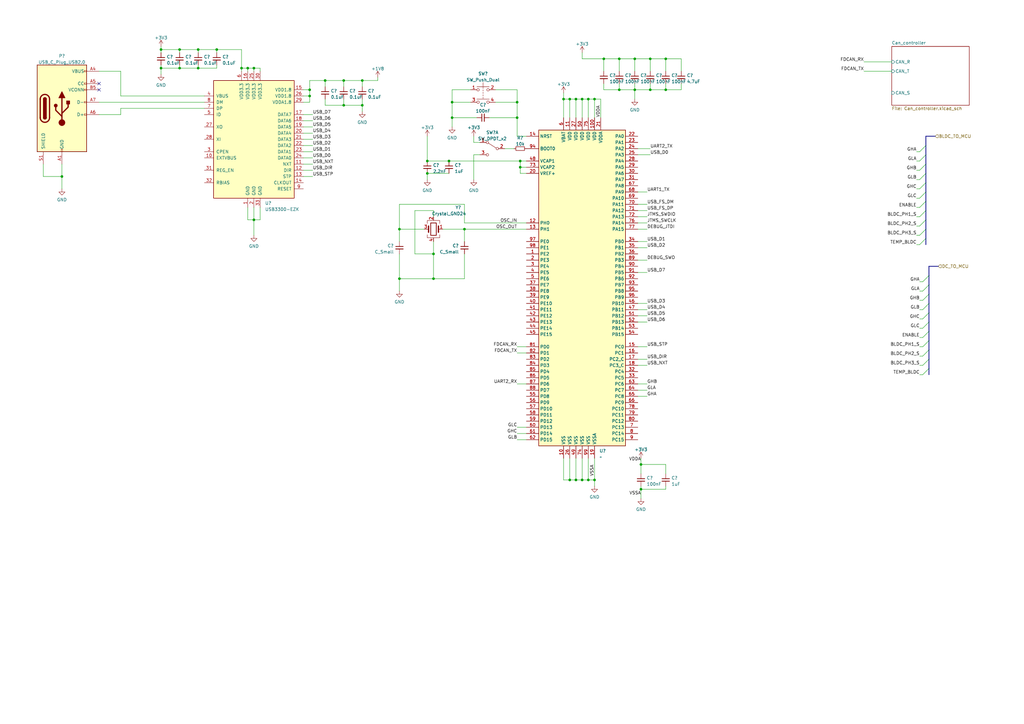
<source format=kicad_sch>
(kicad_sch (version 20211123) (generator eeschema)
  (paper "A3")
  (lib_symbols
    (symbol "Connector:USB_C_Plug_USB2.0" (pin_names (offset 1.016))
      (property "Reference" "P" (at -10.16 19.05 0))
      (property "Value" "USB_C_Plug_USB2.0" (at 12.7 19.05 0))
      (symbol "USB_C_Plug_USB2.0_0_0"
        (rectangle (start -0.254 -17.78) (end 0.254 -16.764))
        (rectangle (start 10.16 -2.286) (end 9.144 -2.794))
        (rectangle (start 10.16 2.794) (end 9.144 2.286))
        (rectangle (start 10.16 7.874) (end 9.144 7.366))
        (rectangle (start 10.16 10.414) (end 9.144 9.906))
        (rectangle (start 10.16 15.494) (end 9.144 14.986))
      )
      (symbol "USB_C_Plug_USB2.0_0_1"
        (rectangle (start -10.16 17.78) (end 10.16 -17.78) (stroke (width 0.254)) (fill (type background)))
        (arc (start -8.89 -3.81) (mid -6.985 -5.715) (end -5.08 -3.81) (stroke (width 0.508)))
        (arc (start -7.62 -3.81) (mid -6.985 -4.445) (end -6.35 -3.81) (stroke (width 0.254)))
        (arc (start -7.62 -3.81) (mid -6.985 -4.445) (end -6.35 -3.81) (stroke (width 0.254)) (fill (type outline)))
        (rectangle (start -7.62 -3.81) (end -6.35 3.81) (stroke (width 0.254)) (fill (type outline)))
        (arc (start -6.35 3.81) (mid -6.985 4.445) (end -7.62 3.81) (stroke (width 0.254)))
        (arc (start -6.35 3.81) (mid -6.985 4.445) (end -7.62 3.81) (stroke (width 0.254)) (fill (type outline)))
        (arc (start -5.08 3.81) (mid -6.985 5.715) (end -8.89 3.81) (stroke (width 0.508)))
        (circle (center -2.54 1.143) (radius 0.635) (stroke (width 0.254)) (fill (type outline)))
        (circle (center 0 -5.842) (radius 1.27) (fill (type outline)))
        (polyline (pts (xy -8.89 -3.81) (xy -8.89 3.81)) (stroke (width 0.508)))
        (polyline (pts (xy -5.08 3.81) (xy -5.08 -3.81)) (stroke (width 0.508)))
        (polyline (pts (xy 0 -5.842) (xy 0 4.318)) (stroke (width 0.508)))
        (polyline (pts (xy 0 -3.302) (xy -2.54 -0.762) (xy -2.54 0.508)) (stroke (width 0.508)))
        (polyline (pts (xy 0 -2.032) (xy 2.54 0.508) (xy 2.54 1.778)) (stroke (width 0.508)))
        (polyline (pts (xy -1.27 4.318) (xy 0 6.858) (xy 1.27 4.318) (xy -1.27 4.318)) (stroke (width 0.254)) (fill (type outline)))
        (rectangle (start 1.905 1.778) (end 3.175 3.048) (stroke (width 0.254)) (fill (type outline)))
      )
      (symbol "USB_C_Plug_USB2.0_1_1"
        (pin passive line (at 0 -22.86 90) (length 5.08) (name "GND") (number "A1"))
        (pin passive line (at 0 -22.86 90) (length 5.08) hide (name "GND") (number "A12"))
        (pin passive line (at 15.24 15.24 180) (length 5.08) (name "VBUS") (number "A4"))
        (pin bidirectional line (at 15.24 10.16 180) (length 5.08) (name "CC") (number "A5"))
        (pin bidirectional line (at 15.24 -2.54 180) (length 5.08) (name "D+") (number "A6"))
        (pin bidirectional line (at 15.24 2.54 180) (length 5.08) (name "D-") (number "A7"))
        (pin passive line (at 15.24 15.24 180) (length 5.08) hide (name "VBUS") (number "A9"))
        (pin passive line (at 0 -22.86 90) (length 5.08) hide (name "GND") (number "B1"))
        (pin passive line (at 0 -22.86 90) (length 5.08) hide (name "GND") (number "B12"))
        (pin passive line (at 15.24 15.24 180) (length 5.08) hide (name "VBUS") (number "B4"))
        (pin bidirectional line (at 15.24 7.62 180) (length 5.08) (name "VCONN") (number "B5"))
        (pin passive line (at 15.24 15.24 180) (length 5.08) hide (name "VBUS") (number "B9"))
        (pin passive line (at -7.62 -22.86 90) (length 5.08) (name "SHIELD") (number "S1"))
      )
    )
    (symbol "Device:C_Small" (pin_numbers hide) (pin_names (offset 0.254) hide)
      (property "Reference" "C" (at 0.254 1.778 0))
      (property "Value" "C_Small" (at 0.254 -2.032 0))
      (symbol "C_Small_0_1"
        (polyline (pts (xy -1.524 -0.508) (xy 1.524 -0.508)) (stroke (width 0.3302)))
        (polyline (pts (xy -1.524 0.508) (xy 1.524 0.508)) (stroke (width 0.3048)))
      )
      (symbol "C_Small_1_1"
        (pin passive line (at 0 2.54 270) (length 2.032) (name "~") (number "1"))
        (pin passive line (at 0 -2.54 90) (length 2.032) (name "~") (number "2"))
      )
    )
    (symbol "Device:Crystal_GND24" (pin_names (offset 1.016) hide)
      (property "Reference" "Y" (at 3.175 5.08 0))
      (property "Value" "Crystal_GND24" (at 3.175 3.175 0))
      (symbol "Crystal_GND24_0_1"
        (rectangle (start -1.143 2.54) (end 1.143 -2.54) (stroke (width 0.3048)))
        (polyline (pts (xy -2.54 0) (xy -2.032 0)))
        (polyline (pts (xy -2.032 -1.27) (xy -2.032 1.27)) (stroke (width 0.508)))
        (polyline (pts (xy 0 -3.81) (xy 0 -3.556)))
        (polyline (pts (xy 0 3.556) (xy 0 3.81)))
        (polyline (pts (xy 2.032 -1.27) (xy 2.032 1.27)) (stroke (width 0.508)))
        (polyline (pts (xy 2.032 0) (xy 2.54 0)))
        (polyline (pts (xy -2.54 -2.286) (xy -2.54 -3.556) (xy 2.54 -3.556) (xy 2.54 -2.286)))
        (polyline (pts (xy -2.54 2.286) (xy -2.54 3.556) (xy 2.54 3.556) (xy 2.54 2.286)))
      )
      (symbol "Crystal_GND24_1_1"
        (pin passive line (at -3.81 0 0) (length 1.27) (name "1") (number "1"))
        (pin passive line (at 0 5.08 270) (length 1.27) (name "2") (number "2"))
        (pin passive line (at 3.81 0 180) (length 1.27) (name "3") (number "3"))
        (pin passive line (at 0 -5.08 90) (length 1.27) (name "4") (number "4"))
      )
    )
    (symbol "Device:R_Small" (pin_numbers hide) (pin_names (offset 0.254) hide)
      (property "Reference" "R" (at 0.762 0.508 0))
      (property "Value" "R_Small" (at 0.762 -1.016 0))
      (symbol "R_Small_0_1"
        (rectangle (start -0.762 1.778) (end 0.762 -1.778) (stroke (width 0.2032)))
      )
      (symbol "R_Small_1_1"
        (pin passive line (at 0 2.54 270) (length 0.762) (name "~") (number "1"))
        (pin passive line (at 0 -2.54 90) (length 0.762) (name "~") (number "2"))
      )
    )
    (symbol "Interface_USB:USB3300-EZK" (pin_names (offset 1.016))
      (property "Reference" "U" (at 0 1.27 0))
      (property "Value" "USB3300-EZK" (at 0 -1.27 0))
      (symbol "USB3300-EZK_0_1"
        (rectangle (start 16.51 -24.13) (end -16.51 24.13) (stroke (width 0.254)) (fill (type background)))
      )
      (symbol "USB3300-EZK_1_1"
        (pin power_in line (at -2.54 -27.94 90) (length 3.81) (name "GND") (number "1"))
        (pin input line (at -20.32 -7.62 0) (length 3.81) (name "EXTVBUS") (number "10"))
        (pin output line (at 20.32 -10.16 180) (length 3.81) (name "NXT") (number "11"))
        (pin output line (at 20.32 -12.7 180) (length 3.81) (name "DIR") (number "12"))
        (pin input line (at 20.32 -15.24 180) (length 3.81) (name "STP") (number "13"))
        (pin output line (at 20.32 -17.78 180) (length 3.81) (name "CLKOUT") (number "14"))
        (pin power_out line (at 20.32 20.32 180) (length 3.81) (name "VDD1.8") (number "15"))
        (pin power_in line (at -2.54 27.94 270) (length 3.81) (name "VDD3.3") (number "16"))
        (pin bidirectional line (at 20.32 10.16 180) (length 3.81) (name "DATA7") (number "17"))
        (pin bidirectional line (at 20.32 7.62 180) (length 3.81) (name "DATA6") (number "18"))
        (pin bidirectional line (at 20.32 5.08 180) (length 3.81) (name "DATA5") (number "19"))
        (pin power_in line (at 0 -27.94 90) (length 3.81) (name "GND") (number "2"))
        (pin bidirectional line (at 20.32 2.54 180) (length 3.81) (name "DATA4") (number "20"))
        (pin bidirectional line (at 20.32 0 180) (length 3.81) (name "DATA3") (number "21"))
        (pin bidirectional line (at 20.32 -2.54 180) (length 3.81) (name "DATA2") (number "22"))
        (pin bidirectional line (at 20.32 -5.08 180) (length 3.81) (name "DATA1") (number "23"))
        (pin bidirectional line (at 20.32 -7.62 180) (length 3.81) (name "DATA0") (number "24"))
        (pin power_in line (at 0 27.94 270) (length 3.81) (name "VDD3.3") (number "25"))
        (pin power_out line (at 20.32 17.78 180) (length 3.81) (name "VDD1.8") (number "26"))
        (pin output line (at -20.32 5.08 0) (length 3.81) (name "XO") (number "27"))
        (pin input line (at -20.32 0 0) (length 3.81) (name "XI") (number "28"))
        (pin power_out line (at 20.32 15.24 180) (length 3.81) (name "VDDA1.8") (number "29"))
        (pin output line (at -20.32 -5.08 0) (length 3.81) (name "CPEN") (number "3"))
        (pin power_in line (at 2.54 27.94 270) (length 3.81) (name "VDD3.3") (number "30"))
        (pin bidirectional line (at -20.32 -12.7 0) (length 3.81) (name "REG_EN") (number "31"))
        (pin passive line (at -20.32 -17.78 0) (length 3.81) (name "RBIAS") (number "32"))
        (pin power_in line (at 2.54 -27.94 90) (length 3.81) (name "GND") (number "33"))
        (pin power_in line (at -20.32 17.78 0) (length 3.81) (name "VBUS") (number "4"))
        (pin input line (at -20.32 10.16 0) (length 3.81) (name "ID") (number "5"))
        (pin power_in line (at -5.08 27.94 270) (length 3.81) (name "VDD3.3") (number "6"))
        (pin bidirectional line (at -20.32 12.7 0) (length 3.81) (name "DP") (number "7"))
        (pin bidirectional line (at -20.32 15.24 0) (length 3.81) (name "DM") (number "8"))
        (pin input line (at 20.32 -20.32 180) (length 3.81) (name "RESET") (number "9"))
      )
    )
    (symbol "MCU_ST_STM32H7:STM32H750VBTx"
      (property "Reference" "U" (at -17.78 64.77 0))
      (property "Value" "STM32H750VBTx" (at 10.16 64.77 0))
      (symbol "STM32H750VBTx_0_1"
        (rectangle (start -17.78 -66.04) (end 17.78 63.5) (stroke (width 0.254)) (fill (type background)))
      )
      (symbol "STM32H750VBTx_1_1"
        (pin bidirectional line (at -22.86 12.7 0) (length 5.08) (name "PE2") (number "1"))
        (pin power_in line (at -7.62 -71.12 90) (length 5.08) (name "VSS") (number "10"))
        (pin power_in line (at 5.08 68.58 270) (length 5.08) (name "VDD") (number "100"))
        (pin power_in line (at -5.08 68.58 270) (length 5.08) (name "VDD") (number "11"))
        (pin input line (at -22.86 25.4 0) (length 5.08) (name "PH0") (number "12"))
        (pin input line (at -22.86 22.86 0) (length 5.08) (name "PH1") (number "13"))
        (pin input line (at -22.86 60.96 0) (length 5.08) (name "NRST") (number "14"))
        (pin bidirectional line (at 22.86 -25.4 180) (length 5.08) (name "PC0") (number "15"))
        (pin bidirectional line (at 22.86 -27.94 180) (length 5.08) (name "PC1") (number "16"))
        (pin bidirectional line (at 22.86 -30.48 180) (length 5.08) (name "PC2_C") (number "17"))
        (pin bidirectional line (at 22.86 -33.02 180) (length 5.08) (name "PC3_C") (number "18"))
        (pin power_in line (at 5.08 -71.12 90) (length 5.08) (name "VSSA") (number "19"))
        (pin bidirectional line (at -22.86 10.16 0) (length 5.08) (name "PE3") (number "2"))
        (pin bidirectional line (at -22.86 45.72 0) (length 5.08) (name "VREF+") (number "20"))
        (pin power_in line (at 7.62 68.58 270) (length 5.08) (name "VDDA") (number "21"))
        (pin bidirectional line (at 22.86 60.96 180) (length 5.08) (name "PA0") (number "22"))
        (pin bidirectional line (at 22.86 58.42 180) (length 5.08) (name "PA1") (number "23"))
        (pin bidirectional line (at 22.86 55.88 180) (length 5.08) (name "PA2") (number "24"))
        (pin bidirectional line (at 22.86 53.34 180) (length 5.08) (name "PA3") (number "25"))
        (pin power_in line (at -5.08 -71.12 90) (length 5.08) (name "VSS") (number "26"))
        (pin power_in line (at -2.54 68.58 270) (length 5.08) (name "VDD") (number "27"))
        (pin bidirectional line (at 22.86 50.8 180) (length 5.08) (name "PA4") (number "28"))
        (pin bidirectional line (at 22.86 48.26 180) (length 5.08) (name "PA5") (number "29"))
        (pin bidirectional line (at -22.86 7.62 0) (length 5.08) (name "PE4") (number "3"))
        (pin bidirectional line (at 22.86 45.72 180) (length 5.08) (name "PA6") (number "30"))
        (pin bidirectional line (at 22.86 43.18 180) (length 5.08) (name "PA7") (number "31"))
        (pin bidirectional line (at 22.86 -35.56 180) (length 5.08) (name "PC4") (number "32"))
        (pin bidirectional line (at 22.86 -38.1 180) (length 5.08) (name "PC5") (number "33"))
        (pin bidirectional line (at 22.86 17.78 180) (length 5.08) (name "PB0") (number "34"))
        (pin bidirectional line (at 22.86 15.24 180) (length 5.08) (name "PB1") (number "35"))
        (pin bidirectional line (at 22.86 12.7 180) (length 5.08) (name "PB2") (number "36"))
        (pin bidirectional line (at -22.86 0 0) (length 5.08) (name "PE7") (number "37"))
        (pin bidirectional line (at -22.86 -2.54 0) (length 5.08) (name "PE8") (number "38"))
        (pin bidirectional line (at -22.86 -5.08 0) (length 5.08) (name "PE9") (number "39"))
        (pin bidirectional line (at -22.86 5.08 0) (length 5.08) (name "PE5") (number "4"))
        (pin bidirectional line (at -22.86 -7.62 0) (length 5.08) (name "PE10") (number "40"))
        (pin bidirectional line (at -22.86 -10.16 0) (length 5.08) (name "PE11") (number "41"))
        (pin bidirectional line (at -22.86 -12.7 0) (length 5.08) (name "PE12") (number "42"))
        (pin bidirectional line (at -22.86 -15.24 0) (length 5.08) (name "PE13") (number "43"))
        (pin bidirectional line (at -22.86 -17.78 0) (length 5.08) (name "PE14") (number "44"))
        (pin bidirectional line (at -22.86 -20.32 0) (length 5.08) (name "PE15") (number "45"))
        (pin bidirectional line (at 22.86 -7.62 180) (length 5.08) (name "PB10") (number "46"))
        (pin bidirectional line (at 22.86 -10.16 180) (length 5.08) (name "PB11") (number "47"))
        (pin power_in line (at -22.86 50.8 0) (length 5.08) (name "VCAP1") (number "48"))
        (pin power_in line (at -2.54 -71.12 90) (length 5.08) (name "VSS") (number "49"))
        (pin bidirectional line (at -22.86 2.54 0) (length 5.08) (name "PE6") (number "5"))
        (pin power_in line (at 0 68.58 270) (length 5.08) (name "VDD") (number "50"))
        (pin bidirectional line (at 22.86 -12.7 180) (length 5.08) (name "PB12") (number "51"))
        (pin bidirectional line (at 22.86 -15.24 180) (length 5.08) (name "PB13") (number "52"))
        (pin bidirectional line (at 22.86 -17.78 180) (length 5.08) (name "PB14") (number "53"))
        (pin bidirectional line (at 22.86 -20.32 180) (length 5.08) (name "PB15") (number "54"))
        (pin bidirectional line (at -22.86 -45.72 0) (length 5.08) (name "PD8") (number "55"))
        (pin bidirectional line (at -22.86 -48.26 0) (length 5.08) (name "PD9") (number "56"))
        (pin bidirectional line (at -22.86 -50.8 0) (length 5.08) (name "PD10") (number "57"))
        (pin bidirectional line (at -22.86 -53.34 0) (length 5.08) (name "PD11") (number "58"))
        (pin bidirectional line (at -22.86 -55.88 0) (length 5.08) (name "PD12") (number "59"))
        (pin power_in line (at -7.62 68.58 270) (length 5.08) (name "VBAT") (number "6"))
        (pin bidirectional line (at -22.86 -58.42 0) (length 5.08) (name "PD13") (number "60"))
        (pin bidirectional line (at -22.86 -60.96 0) (length 5.08) (name "PD14") (number "61"))
        (pin bidirectional line (at -22.86 -63.5 0) (length 5.08) (name "PD15") (number "62"))
        (pin bidirectional line (at 22.86 -40.64 180) (length 5.08) (name "PC6") (number "63"))
        (pin bidirectional line (at 22.86 -43.18 180) (length 5.08) (name "PC7") (number "64"))
        (pin bidirectional line (at 22.86 -45.72 180) (length 5.08) (name "PC8") (number "65"))
        (pin bidirectional line (at 22.86 -48.26 180) (length 5.08) (name "PC9") (number "66"))
        (pin bidirectional line (at 22.86 40.64 180) (length 5.08) (name "PA8") (number "67"))
        (pin bidirectional line (at 22.86 38.1 180) (length 5.08) (name "PA9") (number "68"))
        (pin bidirectional line (at 22.86 35.56 180) (length 5.08) (name "PA10") (number "69"))
        (pin bidirectional line (at 22.86 -58.42 180) (length 5.08) (name "PC13") (number "7"))
        (pin bidirectional line (at 22.86 33.02 180) (length 5.08) (name "PA11") (number "70"))
        (pin bidirectional line (at 22.86 30.48 180) (length 5.08) (name "PA12") (number "71"))
        (pin bidirectional line (at 22.86 27.94 180) (length 5.08) (name "PA13") (number "72"))
        (pin power_in line (at -22.86 48.26 0) (length 5.08) (name "VCAP2") (number "73"))
        (pin power_in line (at 0 -71.12 90) (length 5.08) (name "VSS") (number "74"))
        (pin power_in line (at 2.54 68.58 270) (length 5.08) (name "VDD") (number "75"))
        (pin bidirectional line (at 22.86 25.4 180) (length 5.08) (name "PA14") (number "76"))
        (pin bidirectional line (at 22.86 22.86 180) (length 5.08) (name "PA15") (number "77"))
        (pin bidirectional line (at 22.86 -50.8 180) (length 5.08) (name "PC10") (number "78"))
        (pin bidirectional line (at 22.86 -53.34 180) (length 5.08) (name "PC11") (number "79"))
        (pin bidirectional line (at 22.86 -60.96 180) (length 5.08) (name "PC14") (number "8"))
        (pin bidirectional line (at 22.86 -55.88 180) (length 5.08) (name "PC12") (number "80"))
        (pin bidirectional line (at -22.86 -25.4 0) (length 5.08) (name "PD0") (number "81"))
        (pin bidirectional line (at -22.86 -27.94 0) (length 5.08) (name "PD1") (number "82"))
        (pin bidirectional line (at -22.86 -30.48 0) (length 5.08) (name "PD2") (number "83"))
        (pin bidirectional line (at -22.86 -33.02 0) (length 5.08) (name "PD3") (number "84"))
        (pin bidirectional line (at -22.86 -35.56 0) (length 5.08) (name "PD4") (number "85"))
        (pin bidirectional line (at -22.86 -38.1 0) (length 5.08) (name "PD5") (number "86"))
        (pin bidirectional line (at -22.86 -40.64 0) (length 5.08) (name "PD6") (number "87"))
        (pin bidirectional line (at -22.86 -43.18 0) (length 5.08) (name "PD7") (number "88"))
        (pin bidirectional line (at 22.86 10.16 180) (length 5.08) (name "PB3") (number "89"))
        (pin bidirectional line (at 22.86 -63.5 180) (length 5.08) (name "PC15") (number "9"))
        (pin bidirectional line (at 22.86 7.62 180) (length 5.08) (name "PB4") (number "90"))
        (pin bidirectional line (at 22.86 5.08 180) (length 5.08) (name "PB5") (number "91"))
        (pin bidirectional line (at 22.86 2.54 180) (length 5.08) (name "PB6") (number "92"))
        (pin bidirectional line (at 22.86 0 180) (length 5.08) (name "PB7") (number "93"))
        (pin input line (at -22.86 55.88 0) (length 5.08) (name "BOOT0") (number "94"))
        (pin bidirectional line (at 22.86 -2.54 180) (length 5.08) (name "PB8") (number "95"))
        (pin bidirectional line (at 22.86 -5.08 180) (length 5.08) (name "PB9") (number "96"))
        (pin bidirectional line (at -22.86 17.78 0) (length 5.08) (name "PE0") (number "97"))
        (pin bidirectional line (at -22.86 15.24 0) (length 5.08) (name "PE1") (number "98"))
        (pin power_in line (at 2.54 -71.12 90) (length 5.08) (name "VSS") (number "99"))
      )
    )
    (symbol "Switch:SW_DPDT_x2" (pin_names (offset 0) hide)
      (property "Reference" "SW" (at 0 4.318 0))
      (property "Value" "SW_DPDT_x2" (at 0 -5.08 0))
      (symbol "SW_DPDT_x2_0_0"
        (circle (center -2.032 0) (radius 0.508))
        (circle (center 2.032 -2.54) (radius 0.508))
      )
      (symbol "SW_DPDT_x2_0_1"
        (polyline (pts (xy -1.524 0.254) (xy 1.651 2.286)))
        (circle (center 2.032 2.54) (radius 0.508))
      )
      (symbol "SW_DPDT_x2_1_1"
        (pin passive line (at 5.08 2.54 180) (length 2.54) (name "A") (number "1"))
        (pin passive line (at -5.08 0 0) (length 2.54) (name "B") (number "2"))
        (pin passive line (at 5.08 -2.54 180) (length 2.54) (name "C") (number "3"))
      )
      (symbol "SW_DPDT_x2_2_1"
        (pin passive line (at 5.08 2.54 180) (length 2.54) (name "A") (number "4"))
        (pin passive line (at -5.08 0 0) (length 2.54) (name "B") (number "5"))
        (pin passive line (at 5.08 -2.54 180) (length 2.54) (name "C") (number "6"))
      )
    )
    (symbol "Switch:SW_Push_Dual" (pin_names (offset 1.016) hide)
      (property "Reference" "SW" (at 1.27 2.54 0))
      (property "Value" "SW_Push_Dual" (at 0 -6.858 0))
      (symbol "SW_Push_Dual_0_1"
        (circle (center -2.032 -5.08) (radius 0.508))
        (circle (center -2.032 0) (radius 0.508))
        (polyline (pts (xy 0 -3.048) (xy 0 -3.556)))
        (polyline (pts (xy 0 -2.032) (xy 0 -2.54)))
        (polyline (pts (xy 0 -1.524) (xy 0 -1.016)))
        (polyline (pts (xy 0 -0.508) (xy 0 0)))
        (polyline (pts (xy 0 0.508) (xy 0 1.016)))
        (polyline (pts (xy 0 1.27) (xy 0 3.048)))
        (polyline (pts (xy 2.54 -3.81) (xy -2.54 -3.81)))
        (polyline (pts (xy 2.54 1.27) (xy -2.54 1.27)))
        (circle (center 2.032 -5.08) (radius 0.508))
        (circle (center 2.032 0) (radius 0.508))
        (pin passive line (at -5.08 0 0) (length 2.54) (name "1") (number "1"))
        (pin passive line (at 5.08 0 180) (length 2.54) (name "2") (number "2"))
        (pin passive line (at -5.08 -5.08 0) (length 2.54) (name "3") (number "3"))
        (pin passive line (at 5.08 -5.08 180) (length 2.54) (name "4") (number "4"))
      )
    )
    (symbol "power:+1V8" (power) (pin_names (offset 0))
      (property "Value" "+1V8" (at 0 3.556 0))
      (symbol "+1V8_0_1"
        (polyline (pts (xy -0.762 1.27) (xy 0 2.54)))
        (polyline (pts (xy 0 0) (xy 0 2.54)))
        (polyline (pts (xy 0 2.54) (xy 0.762 1.27)))
      )
      (symbol "+1V8_1_1"
        (pin power_in line (at 0 0 90) (length 0) hide (name "+1V8") (number "1"))
      )
    )
    (symbol "power:+3.3V" (power) (pin_names (offset 0))
      (property "Value" "+3.3V" (at 0 3.556 0))
      (symbol "+3.3V_0_1"
        (polyline (pts (xy -0.762 1.27) (xy 0 2.54)))
        (polyline (pts (xy 0 0) (xy 0 2.54)))
        (polyline (pts (xy 0 2.54) (xy 0.762 1.27)))
      )
      (symbol "+3.3V_1_1"
        (pin power_in line (at 0 0 90) (length 0) hide (name "+3V3") (number "1"))
      )
    )
    (symbol "power:GND" (power) (pin_names (offset 0))
      (property "Value" "GND" (at 0 -3.81 0))
      (symbol "GND_0_1"
        (polyline (pts (xy 0 0) (xy 0 -1.27) (xy 1.27 -1.27) (xy 0 -2.54) (xy -1.27 -1.27) (xy 0 -1.27)))
      )
      (symbol "GND_1_1"
        (pin power_in line (at 0 0 270) (length 0) hide (name "GND") (number "1"))
      )
    )
  )
  (junction (at 104.14 27.94))
  (junction (at 148.59 43.18))
  (junction (at 233.68 196.85))
  (junction (at 140.97 43.18))
  (junction (at 273.05 24.13))
  (junction (at 241.3 196.85))
  (junction (at 148.59 33.02))
  (junction (at 266.7 36.83))
  (junction (at 177.8 114.3))
  (junction (at 185.42 41.91))
  (junction (at 260.35 24.13))
  (junction (at 266.7 24.13))
  (junction (at 25.4 72.39))
  (junction (at 212.09 48.26))
  (junction (at 66.04 20.32))
  (junction (at 140.97 33.02))
  (junction (at 254 24.13))
  (junction (at 190.5 93.98))
  (junction (at 254 36.83))
  (junction (at 104.14 90.17))
  (junction (at 213.36 68.58))
  (junction (at 175.26 66.04))
  (junction (at 101.6 27.94))
  (junction (at 231.14 40.64))
  (junction (at 177.8 104.14))
  (junction (at 81.28 27.94))
  (junction (at 238.76 40.64))
  (junction (at 247.65 24.13))
  (junction (at 184.15 66.04))
  (junction (at 175.26 71.12))
  (junction (at 243.84 196.85))
  (junction (at 99.06 27.94))
  (junction (at 81.28 20.32))
  (junction (at 163.83 114.3))
  (junction (at 238.76 196.85))
  (junction (at 243.84 40.64))
  (junction (at 185.42 48.26))
  (junction (at 233.68 40.64))
  (junction (at 133.35 33.02))
  (junction (at 236.22 196.85))
  (junction (at 88.9 20.32))
  (junction (at 73.66 27.94))
  (junction (at 73.66 20.32))
  (junction (at 262.89 200.66))
  (junction (at 127 36.83))
  (junction (at 236.22 40.64))
  (junction (at 163.83 93.98))
  (junction (at 213.36 66.04))
  (junction (at 212.09 41.91))
  (junction (at 260.35 36.83))
  (junction (at 66.04 27.94))
  (junction (at 262.89 190.5))
  (junction (at 127 39.37))
  (junction (at 241.3 40.64))
  (junction (at 273.05 36.83))
  (no_connect (at 40.64 34.29))
  (no_connect (at 40.64 36.83))
  (bus_entry (at 381 128.27) (size -2.54 2.54))
  (bus_entry (at 379.73 59.69) (size -2.54 2.54))
  (bus_entry (at 379.73 86.36) (size -2.54 2.54))
  (bus_entry (at 381 151.13) (size -2.54 2.54))
  (bus_entry (at 379.73 93.98) (size -2.54 2.54))
  (bus_entry (at 381 132.08) (size -2.54 2.54))
  (bus_entry (at 379.73 71.12) (size -2.54 2.54))
  (bus_entry (at 381 139.7) (size -2.54 2.54))
  (bus_entry (at 381 135.89) (size -2.54 2.54))
  (bus_entry (at 381 116.84) (size -2.54 2.54))
  (bus_entry (at 379.73 74.93) (size -2.54 2.54))
  (bus_entry (at 379.73 63.5) (size -2.54 2.54))
  (bus_entry (at 379.73 97.79) (size -2.54 2.54))
  (bus_entry (at 381 124.46) (size -2.54 2.54))
  (bus_entry (at 379.73 82.55) (size -2.54 2.54))
  (bus_entry (at 379.73 78.74) (size -2.54 2.54))
  (bus_entry (at 379.73 90.17) (size -2.54 2.54))
  (bus_entry (at 381 120.65) (size -2.54 2.54))
  (bus_entry (at 381 143.51) (size -2.54 2.54))
  (bus_entry (at 379.73 67.31) (size -2.54 2.54))
  (bus_entry (at 381 147.32) (size -2.54 2.54))
  (bus_entry (at 381 113.03) (size -2.54 2.54))
  (wire (pts (xy 177.8 104.14) (xy 170.18 104.14)))
  (bus (pts (xy 379.73 86.36) (xy 379.73 90.17)))
  (wire (pts (xy 243.84 187.96) (xy 243.84 196.85)))
  (wire (pts (xy 231.14 40.64) (xy 231.14 48.26)))
  (wire (pts (xy 194.31 58.42) (xy 194.31 55.88)))
  (wire (pts (xy 88.9 20.32) (xy 99.06 20.32)))
  (wire (pts (xy 104.14 27.94) (xy 106.68 27.94)))
  (wire (pts (xy 104.14 90.17) (xy 106.68 90.17)))
  (wire (pts (xy 148.59 33.02) (xy 140.97 33.02)))
  (wire (pts (xy 261.62 127) (xy 265.43 127)))
  (bus (pts (xy 379.73 55.88) (xy 379.73 59.69)))
  (wire (pts (xy 127 36.83) (xy 124.46 36.83)))
  (wire (pts (xy 215.9 177.8) (xy 212.09 177.8)))
  (wire (pts (xy 133.35 33.02) (xy 133.35 35.56)))
  (wire (pts (xy 243.84 196.85) (xy 243.84 199.39)))
  (wire (pts (xy 261.62 111.76) (xy 265.43 111.76)))
  (wire (pts (xy 73.66 20.32) (xy 81.28 20.32)))
  (wire (pts (xy 154.94 33.02) (xy 148.59 33.02)))
  (bus (pts (xy 381 147.32) (xy 381 151.13)))
  (wire (pts (xy 196.85 58.42) (xy 194.31 58.42)))
  (wire (pts (xy 185.42 41.91) (xy 193.04 41.91)))
  (wire (pts (xy 261.62 129.54) (xy 265.43 129.54)))
  (wire (pts (xy 88.9 26.67) (xy 88.9 27.94)))
  (wire (pts (xy 49.53 39.37) (xy 83.82 39.37)))
  (wire (pts (xy 148.59 43.18) (xy 140.97 43.18)))
  (wire (pts (xy 241.3 40.64) (xy 241.3 48.26)))
  (wire (pts (xy 177.8 86.36) (xy 177.8 88.9)))
  (wire (pts (xy 124.46 46.99) (xy 128.27 46.99)))
  (wire (pts (xy 127 36.83) (xy 127 39.37)))
  (wire (pts (xy 124.46 69.85) (xy 128.27 69.85)))
  (wire (pts (xy 49.53 46.99) (xy 49.53 44.45)))
  (wire (pts (xy 261.62 91.44) (xy 265.43 91.44)))
  (wire (pts (xy 185.42 48.26) (xy 195.58 48.26)))
  (wire (pts (xy 266.7 36.83) (xy 273.05 36.83)))
  (wire (pts (xy 377.19 88.9) (xy 375.92 88.9)))
  (wire (pts (xy 377.19 85.09) (xy 375.92 85.09)))
  (wire (pts (xy 190.5 83.82) (xy 190.5 91.44)))
  (wire (pts (xy 215.9 55.88) (xy 212.09 55.88)))
  (wire (pts (xy 231.14 40.64) (xy 233.68 40.64)))
  (wire (pts (xy 260.35 36.83) (xy 266.7 36.83)))
  (wire (pts (xy 163.83 83.82) (xy 190.5 83.82)))
  (wire (pts (xy 104.14 90.17) (xy 101.6 90.17)))
  (wire (pts (xy 25.4 67.31) (xy 25.4 72.39)))
  (wire (pts (xy 262.89 190.5) (xy 262.89 194.31)))
  (wire (pts (xy 243.84 40.64) (xy 246.38 40.64)))
  (wire (pts (xy 17.78 72.39) (xy 25.4 72.39)))
  (wire (pts (xy 101.6 90.17) (xy 101.6 85.09)))
  (wire (pts (xy 194.31 63.5) (xy 196.85 63.5)))
  (wire (pts (xy 378.46 149.86) (xy 377.19 149.86)))
  (wire (pts (xy 261.62 101.6) (xy 265.43 101.6)))
  (wire (pts (xy 262.89 187.96) (xy 262.89 190.5)))
  (wire (pts (xy 273.05 36.83) (xy 279.4 36.83)))
  (bus (pts (xy 379.73 74.93) (xy 379.73 78.74)))
  (wire (pts (xy 378.46 115.57) (xy 377.19 115.57)))
  (bus (pts (xy 381 109.22) (xy 381 113.03)))
  (wire (pts (xy 124.46 67.31) (xy 128.27 67.31)))
  (wire (pts (xy 236.22 196.85) (xy 233.68 196.85)))
  (wire (pts (xy 262.89 190.5) (xy 273.05 190.5)))
  (wire (pts (xy 247.65 34.29) (xy 247.65 36.83)))
  (wire (pts (xy 175.26 71.12) (xy 184.15 71.12)))
  (wire (pts (xy 238.76 196.85) (xy 236.22 196.85)))
  (wire (pts (xy 184.15 66.04) (xy 213.36 66.04)))
  (wire (pts (xy 377.19 62.23) (xy 375.92 62.23)))
  (wire (pts (xy 236.22 40.64) (xy 236.22 48.26)))
  (wire (pts (xy 66.04 27.94) (xy 73.66 27.94)))
  (wire (pts (xy 377.19 100.33) (xy 375.92 100.33)))
  (wire (pts (xy 185.42 41.91) (xy 185.42 36.83)))
  (wire (pts (xy 212.09 142.24) (xy 215.9 142.24)))
  (bus (pts (xy 379.73 71.12) (xy 379.73 74.93)))
  (wire (pts (xy 99.06 27.94) (xy 99.06 29.21)))
  (wire (pts (xy 173.99 93.98) (xy 163.83 93.98)))
  (wire (pts (xy 177.8 114.3) (xy 190.5 114.3)))
  (wire (pts (xy 175.26 55.88) (xy 175.26 66.04)))
  (wire (pts (xy 254 34.29) (xy 254 36.83)))
  (wire (pts (xy 215.9 175.26) (xy 212.09 175.26)))
  (wire (pts (xy 261.62 93.98) (xy 265.43 93.98)))
  (wire (pts (xy 73.66 20.32) (xy 73.66 21.59)))
  (wire (pts (xy 181.61 93.98) (xy 190.5 93.98)))
  (wire (pts (xy 279.4 36.83) (xy 279.4 34.29)))
  (bus (pts (xy 381 113.03) (xy 381 116.84)))
  (wire (pts (xy 175.26 71.12) (xy 175.26 73.66)))
  (wire (pts (xy 377.19 69.85) (xy 375.92 69.85)))
  (bus (pts (xy 384.81 109.22) (xy 381 109.22)))
  (wire (pts (xy 212.09 41.91) (xy 212.09 36.83)))
  (wire (pts (xy 163.83 93.98) (xy 163.83 99.06)))
  (wire (pts (xy 124.46 62.23) (xy 128.27 62.23)))
  (wire (pts (xy 133.35 33.02) (xy 127 33.02)))
  (bus (pts (xy 381 124.46) (xy 381 128.27)))
  (wire (pts (xy 140.97 43.18) (xy 133.35 43.18)))
  (wire (pts (xy 261.62 83.82) (xy 265.43 83.82)))
  (wire (pts (xy 254 24.13) (xy 260.35 24.13)))
  (wire (pts (xy 377.19 96.52) (xy 375.92 96.52)))
  (wire (pts (xy 279.4 24.13) (xy 279.4 29.21)))
  (wire (pts (xy 354.33 29.21) (xy 365.76 29.21)))
  (wire (pts (xy 233.68 196.85) (xy 231.14 196.85)))
  (wire (pts (xy 238.76 40.64) (xy 238.76 48.26)))
  (wire (pts (xy 212.09 55.88) (xy 212.09 48.26)))
  (wire (pts (xy 262.89 200.66) (xy 273.05 200.66)))
  (wire (pts (xy 81.28 20.32) (xy 88.9 20.32)))
  (wire (pts (xy 261.62 106.68) (xy 265.43 106.68)))
  (wire (pts (xy 140.97 43.18) (xy 140.97 40.64)))
  (wire (pts (xy 254 24.13) (xy 254 29.21)))
  (wire (pts (xy 185.42 36.83) (xy 193.04 36.83)))
  (wire (pts (xy 66.04 27.94) (xy 66.04 30.48)))
  (wire (pts (xy 273.05 36.83) (xy 273.05 34.29)))
  (wire (pts (xy 265.43 88.9) (xy 261.62 88.9)))
  (wire (pts (xy 177.8 114.3) (xy 163.83 114.3)))
  (wire (pts (xy 17.78 67.31) (xy 17.78 72.39)))
  (wire (pts (xy 261.62 124.46) (xy 265.43 124.46)))
  (wire (pts (xy 378.46 146.05) (xy 377.19 146.05)))
  (wire (pts (xy 261.62 149.86) (xy 265.43 149.86)))
  (wire (pts (xy 163.83 93.98) (xy 163.83 83.82)))
  (wire (pts (xy 124.46 49.53) (xy 128.27 49.53)))
  (wire (pts (xy 25.4 72.39) (xy 25.4 77.47)))
  (wire (pts (xy 247.65 24.13) (xy 254 24.13)))
  (wire (pts (xy 194.31 63.5) (xy 194.31 73.66)))
  (wire (pts (xy 261.62 132.08) (xy 265.43 132.08)))
  (wire (pts (xy 127 39.37) (xy 127 41.91)))
  (wire (pts (xy 213.36 66.04) (xy 215.9 66.04)))
  (wire (pts (xy 377.19 92.71) (xy 375.92 92.71)))
  (wire (pts (xy 185.42 52.07) (xy 185.42 48.26)))
  (bus (pts (xy 379.73 78.74) (xy 379.73 82.55)))
  (bus (pts (xy 381 135.89) (xy 381 139.7)))
  (wire (pts (xy 148.59 40.64) (xy 148.59 43.18)))
  (bus (pts (xy 381 139.7) (xy 381 143.51)))
  (wire (pts (xy 377.19 81.28) (xy 375.92 81.28)))
  (wire (pts (xy 124.46 54.61) (xy 128.27 54.61)))
  (wire (pts (xy 354.33 25.4) (xy 365.76 25.4)))
  (bus (pts (xy 383.54 55.88) (xy 379.73 55.88)))
  (wire (pts (xy 163.83 114.3) (xy 163.83 119.38)))
  (wire (pts (xy 378.46 130.81) (xy 377.19 130.81)))
  (wire (pts (xy 261.62 157.48) (xy 265.43 157.48)))
  (wire (pts (xy 378.46 123.19) (xy 377.19 123.19)))
  (wire (pts (xy 233.68 40.64) (xy 236.22 40.64)))
  (wire (pts (xy 170.18 86.36) (xy 177.8 86.36)))
  (wire (pts (xy 260.35 36.83) (xy 260.35 40.64)))
  (wire (pts (xy 207.01 60.96) (xy 210.82 60.96)))
  (wire (pts (xy 241.3 187.96) (xy 241.3 196.85)))
  (wire (pts (xy 175.26 66.04) (xy 184.15 66.04)))
  (wire (pts (xy 233.68 187.96) (xy 233.68 196.85)))
  (wire (pts (xy 243.84 196.85) (xy 241.3 196.85)))
  (wire (pts (xy 243.84 40.64) (xy 243.84 48.26)))
  (wire (pts (xy 213.36 68.58) (xy 215.9 68.58)))
  (wire (pts (xy 213.36 68.58) (xy 213.36 71.12)))
  (bus (pts (xy 379.73 97.79) (xy 379.73 100.33)))
  (bus (pts (xy 381 128.27) (xy 381 132.08)))
  (wire (pts (xy 377.19 77.47) (xy 375.92 77.47)))
  (wire (pts (xy 127 41.91) (xy 124.46 41.91)))
  (wire (pts (xy 238.76 187.96) (xy 238.76 196.85)))
  (bus (pts (xy 379.73 63.5) (xy 379.73 67.31)))
  (wire (pts (xy 104.14 96.52) (xy 104.14 90.17)))
  (bus (pts (xy 379.73 67.31) (xy 379.73 71.12)))
  (wire (pts (xy 236.22 187.96) (xy 236.22 196.85)))
  (wire (pts (xy 163.83 114.3) (xy 163.83 104.14)))
  (wire (pts (xy 260.35 24.13) (xy 266.7 24.13)))
  (wire (pts (xy 154.94 31.75) (xy 154.94 33.02)))
  (wire (pts (xy 101.6 27.94) (xy 104.14 27.94)))
  (wire (pts (xy 261.62 99.06) (xy 265.43 99.06)))
  (wire (pts (xy 212.09 48.26) (xy 212.09 41.91)))
  (wire (pts (xy 213.36 71.12) (xy 215.9 71.12)))
  (wire (pts (xy 177.8 104.14) (xy 177.8 114.3)))
  (wire (pts (xy 241.3 40.64) (xy 243.84 40.64)))
  (wire (pts (xy 66.04 20.32) (xy 66.04 21.59)))
  (wire (pts (xy 262.89 200.66) (xy 262.89 204.47)))
  (wire (pts (xy 88.9 20.32) (xy 88.9 21.59)))
  (wire (pts (xy 124.46 57.15) (xy 128.27 57.15)))
  (wire (pts (xy 73.66 27.94) (xy 73.66 26.67)))
  (wire (pts (xy 190.5 93.98) (xy 190.5 99.06)))
  (wire (pts (xy 127 33.02) (xy 127 36.83)))
  (wire (pts (xy 81.28 26.67) (xy 81.28 27.94)))
  (wire (pts (xy 266.7 36.83) (xy 266.7 34.29)))
  (wire (pts (xy 40.64 29.21) (xy 49.53 29.21)))
  (wire (pts (xy 273.05 200.66) (xy 273.05 199.39)))
  (wire (pts (xy 215.9 157.48) (xy 212.09 157.48)))
  (wire (pts (xy 104.14 27.94) (xy 104.14 29.21)))
  (wire (pts (xy 261.62 142.24) (xy 265.43 142.24)))
  (wire (pts (xy 261.62 86.36) (xy 265.43 86.36)))
  (wire (pts (xy 124.46 59.69) (xy 128.27 59.69)))
  (wire (pts (xy 170.18 104.14) (xy 170.18 86.36)))
  (wire (pts (xy 378.46 142.24) (xy 377.19 142.24)))
  (wire (pts (xy 377.19 66.04) (xy 375.92 66.04)))
  (wire (pts (xy 236.22 40.64) (xy 238.76 40.64)))
  (wire (pts (xy 106.68 27.94) (xy 106.68 29.21)))
  (wire (pts (xy 101.6 27.94) (xy 101.6 29.21)))
  (wire (pts (xy 238.76 24.13) (xy 247.65 24.13)))
  (wire (pts (xy 106.68 90.17) (xy 106.68 85.09)))
  (bus (pts (xy 381 132.08) (xy 381 135.89)))
  (wire (pts (xy 261.62 160.02) (xy 265.43 160.02)))
  (wire (pts (xy 378.46 127) (xy 377.19 127)))
  (wire (pts (xy 200.66 48.26) (xy 212.09 48.26)))
  (wire (pts (xy 140.97 33.02) (xy 133.35 33.02)))
  (bus (pts (xy 379.73 90.17) (xy 379.73 93.98)))
  (wire (pts (xy 133.35 43.18) (xy 133.35 40.64)))
  (wire (pts (xy 261.62 78.74) (xy 265.43 78.74)))
  (wire (pts (xy 88.9 27.94) (xy 81.28 27.94)))
  (wire (pts (xy 213.36 66.04) (xy 213.36 68.58)))
  (wire (pts (xy 238.76 40.64) (xy 241.3 40.64)))
  (wire (pts (xy 254 36.83) (xy 260.35 36.83)))
  (wire (pts (xy 247.65 36.83) (xy 254 36.83)))
  (wire (pts (xy 273.05 190.5) (xy 273.05 194.31)))
  (wire (pts (xy 40.64 41.91) (xy 83.82 41.91)))
  (wire (pts (xy 203.2 41.91) (xy 212.09 41.91)))
  (wire (pts (xy 260.35 36.83) (xy 260.35 34.29)))
  (wire (pts (xy 148.59 43.18) (xy 148.59 45.72)))
  (wire (pts (xy 99.06 27.94) (xy 101.6 27.94)))
  (wire (pts (xy 66.04 26.67) (xy 66.04 27.94)))
  (wire (pts (xy 185.42 48.26) (xy 185.42 41.91)))
  (wire (pts (xy 81.28 20.32) (xy 81.28 21.59)))
  (wire (pts (xy 177.8 99.06) (xy 177.8 104.14)))
  (wire (pts (xy 215.9 93.98) (xy 190.5 93.98)))
  (wire (pts (xy 212.09 36.83) (xy 203.2 36.83)))
  (wire (pts (xy 261.62 63.5) (xy 266.7 63.5)))
  (wire (pts (xy 215.9 180.34) (xy 212.09 180.34)))
  (wire (pts (xy 377.19 73.66) (xy 375.92 73.66)))
  (bus (pts (xy 379.73 82.55) (xy 379.73 86.36)))
  (wire (pts (xy 378.46 119.38) (xy 377.19 119.38)))
  (wire (pts (xy 231.14 38.1) (xy 231.14 40.64)))
  (wire (pts (xy 233.68 40.64) (xy 233.68 48.26)))
  (bus (pts (xy 381 143.51) (xy 381 147.32)))
  (wire (pts (xy 247.65 24.13) (xy 247.65 29.21)))
  (wire (pts (xy 148.59 33.02) (xy 148.59 35.56)))
  (wire (pts (xy 66.04 20.32) (xy 73.66 20.32)))
  (wire (pts (xy 140.97 33.02) (xy 140.97 35.56)))
  (wire (pts (xy 124.46 64.77) (xy 128.27 64.77)))
  (wire (pts (xy 378.46 153.67) (xy 377.19 153.67)))
  (wire (pts (xy 261.62 147.32) (xy 265.43 147.32)))
  (wire (pts (xy 49.53 29.21) (xy 49.53 39.37)))
  (wire (pts (xy 231.14 196.85) (xy 231.14 187.96)))
  (bus (pts (xy 381 116.84) (xy 381 120.65)))
  (wire (pts (xy 124.46 72.39) (xy 128.27 72.39)))
  (wire (pts (xy 40.64 46.99) (xy 49.53 46.99)))
  (wire (pts (xy 81.28 27.94) (xy 73.66 27.94)))
  (wire (pts (xy 66.04 20.32) (xy 66.04 19.05)))
  (wire (pts (xy 261.62 60.96) (xy 266.7 60.96)))
  (bus (pts (xy 379.73 59.69) (xy 379.73 63.5)))
  (wire (pts (xy 246.38 40.64) (xy 246.38 48.26)))
  (bus (pts (xy 381 120.65) (xy 381 124.46)))
  (wire (pts (xy 212.09 144.78) (xy 215.9 144.78)))
  (wire (pts (xy 260.35 24.13) (xy 260.35 29.21)))
  (wire (pts (xy 127 39.37) (xy 124.46 39.37)))
  (wire (pts (xy 273.05 24.13) (xy 273.05 29.21)))
  (wire (pts (xy 266.7 24.13) (xy 266.7 29.21)))
  (wire (pts (xy 190.5 114.3) (xy 190.5 104.14)))
  (wire (pts (xy 273.05 24.13) (xy 279.4 24.13)))
  (wire (pts (xy 378.46 134.62) (xy 377.19 134.62)))
  (wire (pts (xy 104.14 85.09) (xy 104.14 90.17)))
  (wire (pts (xy 262.89 200.66) (xy 262.89 199.39)))
  (wire (pts (xy 378.46 138.43) (xy 377.19 138.43)))
  (wire (pts (xy 49.53 44.45) (xy 83.82 44.45)))
  (bus (pts (xy 379.73 93.98) (xy 379.73 97.79)))
  (wire (pts (xy 241.3 196.85) (xy 238.76 196.85)))
  (wire (pts (xy 190.5 91.44) (xy 215.9 91.44)))
  (bus (pts (xy 381 151.13) (xy 381 153.67)))
  (wire (pts (xy 266.7 24.13) (xy 273.05 24.13)))
  (wire (pts (xy 238.76 21.59) (xy 238.76 24.13)))
  (wire (pts (xy 99.06 20.32) (xy 99.06 27.94)))
  (wire (pts (xy 261.62 162.56) (xy 265.43 162.56)))
  (wire (pts (xy 124.46 52.07) (xy 128.27 52.07)))
  (label "TEMP_BLDC" (at 375.92 100.33 180))
  (label "VSSA" (at 243.84 190.5 270))
  (label "USB_D0" (at 266.7 63.5 0))
  (label "OSC_IN" (at 212.09 91.44 180))
  (label "USB_STP" (at 128.27 72.39 0))
  (label "JTMS_SWCLK" (at 265.43 91.44 0))
  (label "ENABLE" (at 377.19 138.43 180))
  (label "USB_D4" (at 128.27 54.61 0))
  (label "BLDC_PH1_S" (at 377.19 142.24 180))
  (label "FDCAN_RX" (at 354.33 25.4 180))
  (label "GLA" (at 375.92 66.04 180))
  (label "GLA" (at 377.19 119.38 180))
  (label "GHA" (at 377.19 115.57 180))
  (label "GLB" (at 212.09 180.34 180))
  (label "BLDC_PH1_S" (at 375.92 88.9 180))
  (label "GLC" (at 212.09 175.26 180))
  (label "USB_D1" (at 128.27 62.23 0))
  (label "UART2_TX" (at 266.7 60.96 0))
  (label "USB_NXT" (at 128.27 67.31 0))
  (label "VSSA" (at 262.89 203.2 180))
  (label "USB_D6" (at 265.43 132.08 0))
  (label "USB_D1" (at 265.43 99.06 0))
  (label "DEBUG_SWO" (at 265.43 106.68 0))
  (label "OSC_OUT" (at 212.09 93.98 180))
  (label "BLDC_PH3_S" (at 375.92 96.52 180))
  (label "GLC" (at 375.92 81.28 180))
  (label "USB_D4" (at 265.43 127 0))
  (label "GHA" (at 265.43 162.56 0))
  (label "BLDC_PH2_S" (at 375.92 92.71 180))
  (label "USB_D2" (at 265.43 101.6 0))
  (label "GHC" (at 377.19 130.81 180))
  (label "GLB" (at 375.92 73.66 180))
  (label "USB_D2" (at 128.27 59.69 0))
  (label "USB_D5" (at 265.43 129.54 0))
  (label "FDCAN_TX" (at 354.33 29.21 180))
  (label "USB_D3" (at 265.43 124.46 0))
  (label "USB_D7" (at 128.27 46.99 0))
  (label "USB_STP" (at 265.43 142.24 0))
  (label "GLB" (at 377.19 127 180))
  (label "GLC" (at 377.19 134.62 180))
  (label "USB_DIR" (at 128.27 69.85 0))
  (label "ENABLE" (at 375.92 85.09 180))
  (label "USB_D5" (at 128.27 52.07 0))
  (label "FDCAN_TX" (at 212.09 144.78 180))
  (label "GHC" (at 212.09 177.8 180))
  (label "USB_FS_DP" (at 265.43 86.36 0))
  (label "UART2_RX" (at 212.09 157.48 180))
  (label "USB_D0" (at 128.27 64.77 0))
  (label "GLA" (at 265.43 160.02 0))
  (label "VDDA" (at 262.89 189.23 180))
  (label "JTMS_SWDIO" (at 265.43 88.9 0))
  (label "BLDC_PH2_S" (at 377.19 146.05 180))
  (label "GHA" (at 375.92 62.23 180))
  (label "BLDC_PH3_S" (at 377.19 149.86 180))
  (label "USB_D3" (at 128.27 57.15 0))
  (label "GHB" (at 377.19 123.19 180))
  (label "USB_NXT" (at 265.43 149.86 0))
  (label "USB_FS_DM" (at 265.43 83.82 0))
  (label "USB_D6" (at 128.27 49.53 0))
  (label "GHB" (at 375.92 69.85 180))
  (label "USB_D7" (at 265.43 111.76 0))
  (label "USB_DIR" (at 265.43 147.32 0))
  (label "FDCAN_RX" (at 212.09 142.24 180))
  (label "VDDA" (at 246.38 43.18 270))
  (label "GHB" (at 265.43 157.48 0))
  (label "UART1_TX" (at 265.43 78.74 0))
  (label "GHC" (at 375.92 77.47 180))
  (label "TEMP_BLDC" (at 377.19 153.67 180))
  (label "DEBUG_JTDI" (at 265.43 93.98 0))
  (hierarchical_label "BLDC_TO_MCU" (shape input) (at 383.54 55.88 0))
  (hierarchical_label "DC_TO_MCU" (shape input) (at 384.81 109.22 0))
  (symbol (lib_id "power:GND") (at 260.35 40.64 0) (unit 1)
    (property "Reference" "#PWR?" (effects hide))
    (property "Value" "GND" (at 260.35 45.0834 0))
  )
  (symbol (lib_id "power:+1V8") (at 154.94 31.75 0) (unit 1)
    (property "Reference" "#PWR?" (effects hide))
    (property "Value" "+1V8" (at 154.94 28.1742 0))
  )
  (symbol (lib_id "Device:C_Small") (at 81.28 24.13 0) (unit 1)
    (property "Reference" "C?" (at 83.6041 23.3016 0) (effects (justify left)))
    (property "Value" "0.1uF" (at 83.6041 25.8385 0) (effects (justify left)))
  )
  (symbol (lib_id "Switch:SW_DPDT_x2") (at 201.93 60.96 0) (mirror y) (unit 1)
    (property "Reference" "SW?" (at 201.93 54.3392 0))
    (property "Value" "SW_DPDT_x2" (at 201.93 56.8761 0))
  )
  (symbol (lib_id "Device:Crystal_GND24") (at 177.8 93.98 0) (mirror y) (unit 1)
    (property "Reference" "Y?" (at 187.96 85.09 0))
    (property "Value" "Crystal_GND24" (at 184.15 87.63 0))
  )
  (symbol (lib_id "power:GND") (at 163.83 119.38 0) (unit 1)
    (property "Reference" "#PWR?" (effects hide))
    (property "Value" "GND" (at 163.83 123.8234 0))
  )
  (symbol (lib_id "power:GND") (at 104.14 96.52 0) (unit 1)
    (property "Reference" "#PWR?" (effects hide))
    (property "Value" "GND" (at 104.14 100.9634 0))
  )
  (symbol (lib_id "Device:C_Small") (at 88.9 24.13 0) (unit 1)
    (property "Reference" "C?" (at 91.2241 23.3016 0) (effects (justify left)))
    (property "Value" "0.1uF" (at 91.2241 25.8385 0) (effects (justify left)))
  )
  (symbol (lib_id "Device:C_Small") (at 279.4 31.75 0) (unit 1)
    (property "Reference" "C?" (at 281.7241 30.9216 0) (effects (justify left)))
    (property "Value" "4.7uF" (at 281.7241 33.4585 0) (effects (justify left)))
  )
  (symbol (lib_id "Device:C_Small") (at 273.05 31.75 0) (unit 1)
    (property "Reference" "C?" (at 275.3741 30.9216 0) (effects (justify left)))
    (property "Value" "100nF" (at 275.3741 33.4585 0) (effects (justify left)))
  )
  (symbol (lib_id "power:GND") (at 243.84 199.39 0) (unit 1)
    (property "Reference" "#PWR?" (effects hide))
    (property "Value" "GND" (at 243.84 203.8334 0))
  )
  (symbol (lib_id "Interface_USB:USB3300-EZK") (at 104.14 57.15 0) (unit 1)
    (property "Reference" "U?" (at 108.6994 83.3104 0) (effects (justify left)))
    (property "Value" "USB3300-EZK" (at 108.6994 85.8473 0) (effects (justify left)))
    (property "Footprint" "Package_DFN_QFN:QFN-32-1EP_5x5mm_P0.5mm_EP3.45x3.45mm" (effects hide))
    (property "Datasheet" "http://ww1.microchip.com/downloads/en/DeviceDoc/00001783C.pdf" (effects hide))
  )
  (symbol (lib_id "Device:R_Small") (at 213.36 60.96 90) (unit 1)
    (property "Reference" "R?" (at 213.36 56.5236 90))
    (property "Value" "10k" (at 213.36 59.0605 90))
  )
  (symbol (lib_id "Device:C_Small") (at 247.65 31.75 0) (unit 1)
    (property "Reference" "C?" (at 249.9741 30.9216 0) (effects (justify left)))
    (property "Value" "100nF" (at 249.9741 33.4585 0) (effects (justify left)))
  )
  (symbol (lib_id "power:GND") (at 148.59 45.72 0) (unit 1)
    (property "Reference" "#PWR?" (effects hide))
    (property "Value" "GND" (at 148.59 50.1634 0))
  )
  (symbol (lib_id "Switch:SW_Push_Dual") (at 198.12 36.83 0) (unit 1)
    (property "Reference" "SW?" (at 198.12 30.2092 0))
    (property "Value" "SW_Push_Dual" (at 198.12 32.7461 0))
  )
  (symbol (lib_id "Device:C_Small") (at 254 31.75 0) (unit 1)
    (property "Reference" "C?" (at 256.3241 30.9216 0) (effects (justify left)))
    (property "Value" "100nF" (at 256.3241 33.4585 0) (effects (justify left)))
  )
  (symbol (lib_id "power:GND") (at 66.04 30.48 0) (unit 1)
    (property "Reference" "#PWR?" (effects hide))
    (property "Value" "GND" (at 66.04 34.9234 0))
  )
  (symbol (lib_id "power:+3.3V") (at 194.31 55.88 0) (unit 1)
    (property "Reference" "#PWR?" (effects hide))
    (property "Value" "+3.3V" (at 194.31 52.3042 0))
  )
  (symbol (lib_id "Device:C_Small") (at 266.7 31.75 0) (unit 1)
    (property "Reference" "C?" (at 269.0241 30.9216 0) (effects (justify left)))
    (property "Value" "100nF" (at 269.0241 33.4585 0) (effects (justify left)))
  )
  (symbol (lib_id "Device:C_Small") (at 262.89 196.85 0) (unit 1)
    (property "Reference" "C?" (at 265.2141 196.0216 0) (effects (justify left)))
    (property "Value" "100nF" (at 265.2141 198.5585 0) (effects (justify left)))
  )
  (symbol (lib_id "Device:C_Small") (at 133.35 38.1 0) (unit 1)
    (property "Reference" "C?" (at 135.6741 37.2716 0) (effects (justify left)))
    (property "Value" "0.1uF" (at 135.6741 39.8085 0) (effects (justify left)))
  )
  (symbol (lib_id "power:+3.3V") (at 231.14 38.1 0) (unit 1)
    (property "Reference" "#PWR?" (effects hide))
    (property "Value" "+3.3V" (at 231.14 34.5242 0))
  )
  (symbol (lib_id "power:GND") (at 262.89 204.47 0) (unit 1)
    (property "Reference" "#PWR?" (effects hide))
    (property "Value" "GND" (at 262.89 208.9134 0))
  )
  (symbol (lib_id "Device:C_Small") (at 175.26 68.58 0) (unit 1)
    (property "Reference" "C?" (at 177.5841 67.7516 0) (effects (justify left)))
    (property "Value" "2.2nF" (at 177.5841 70.2885 0) (effects (justify left)))
  )
  (symbol (lib_id "Device:C_Small") (at 148.59 38.1 0) (unit 1)
    (property "Reference" "C?" (at 150.9141 37.2716 0) (effects (justify left)))
    (property "Value" "0.1uF" (at 150.9141 39.8085 0) (effects (justify left)))
  )
  (symbol (lib_id "power:GND") (at 25.4 77.47 0) (unit 1)
    (property "Reference" "#PWR?" (effects hide))
    (property "Value" "GND" (at 25.4 81.9134 0))
  )
  (symbol (lib_id "power:GND") (at 194.31 73.66 0) (unit 1)
    (property "Reference" "#PWR?" (effects hide))
    (property "Value" "GND" (at 194.31 78.1034 0))
  )
  (symbol (lib_id "Device:C_Small") (at 198.12 48.26 90) (unit 1)
    (property "Reference" "C?" (at 198.1263 42.9981 90))
    (property "Value" "100nF" (at 198.1263 45.535 90))
  )
  (symbol (lib_id "Device:C_Small") (at 66.04 24.13 0) (unit 1)
    (property "Reference" "C?" (at 68.3641 23.3016 0) (effects (justify left)))
    (property "Value" "0.1uF" (at 68.3641 25.8385 0) (effects (justify left)))
  )
  (symbol (lib_id "power:+3.3V") (at 66.04 19.05 0) (unit 1)
    (property "Reference" "#PWR?" (effects hide))
    (property "Value" "+3.3V" (at 66.04 15.4742 0))
  )
  (symbol (lib_id "Device:C_Small") (at 163.83 101.6 0) (mirror y) (unit 1)
    (property "Reference" "C?" (at 161.5059 100.7716 0) (effects (justify left)))
    (property "Value" "C_Small" (at 161.5059 103.3085 0) (effects (justify left)))
  )
  (symbol (lib_id "power:+3.3V") (at 175.26 55.88 0) (unit 1)
    (property "Reference" "#PWR?" (effects hide))
    (property "Value" "+3.3V" (at 175.26 52.3042 0))
  )
  (symbol (lib_id "Device:C_Small") (at 140.97 38.1 0) (unit 1)
    (property "Reference" "C?" (at 143.2941 37.2716 0) (effects (justify left)))
    (property "Value" "0.1uF" (at 143.2941 39.8085 0) (effects (justify left)))
  )
  (symbol (lib_id "MCU_ST_STM32H7:STM32H750VBTx") (at 238.76 116.84 0) (unit 1)
    (property "Reference" "U?" (at 245.8594 184.9104 0) (effects (justify left)))
    (property "Value" "~" (at 245.8594 187.4473 0) (effects (justify left)))
    (property "Datasheet" "https://www.st.com/resource/en/datasheet/stm32h750ib.pdf" (effects hide))
  )
  (symbol (lib_id "Connector:USB_C_Plug_USB2.0") (at 25.4 44.45 0) (unit 1)
    (property "Reference" "P?" (at 25.4 22.9702 0))
    (property "Value" "USB_C_Plug_USB2.0" (at 25.4 25.5071 0))
    (property "Datasheet" "https://www.usb.org/sites/default/files/documents/usb_type-c.zip" (effects hide))
  )
  (symbol (lib_id "power:GND") (at 185.42 52.07 0) (unit 1)
    (property "Reference" "#PWR?" (effects hide))
    (property "Value" "GND" (at 185.42 56.5134 0))
  )
  (symbol (lib_id "Device:C_Small") (at 184.15 68.58 0) (unit 1)
    (property "Reference" "C?" (at 186.4741 67.7516 0) (effects (justify left)))
    (property "Value" "1uF" (at 186.4741 70.2885 0) (effects (justify left)))
  )
  (symbol (lib_id "power:GND") (at 175.26 73.66 0) (unit 1)
    (property "Reference" "#PWR?" (effects hide))
    (property "Value" "GND" (at 175.26 78.1034 0))
  )
  (symbol (lib_id "Device:C_Small") (at 260.35 31.75 0) (unit 1)
    (property "Reference" "C?" (at 262.6741 30.9216 0) (effects (justify left)))
    (property "Value" "100nF" (at 262.6741 33.4585 0) (effects (justify left)))
  )
  (symbol (lib_id "Device:C_Small") (at 273.05 196.85 0) (unit 1)
    (property "Reference" "C?" (at 275.3741 196.0216 0) (effects (justify left)))
    (property "Value" "1uF" (at 275.3741 198.5585 0) (effects (justify left)))
  )
  (symbol (lib_id "Device:C_Small") (at 73.66 24.13 0) (unit 1)
    (property "Reference" "C?" (at 75.9841 23.3016 0) (effects (justify left)))
    (property "Value" "0.1uF" (at 75.9841 25.8385 0) (effects (justify left)))
  )
  (symbol (lib_id "Device:C_Small") (at 190.5 101.6 0) (mirror y) (unit 1)
    (property "Reference" "C?" (at 188.1759 100.7716 0) (effects (justify left)))
    (property "Value" "C_Small" (at 188.1759 103.3085 0) (effects (justify left)))
  )
  (symbol (lib_id "power:+3.3V") (at 238.76 21.59 0) (unit 1)
    (property "Reference" "#PWR?" (effects hide))
    (property "Value" "+3.3V" (at 238.76 18.0142 0))
  )
  (symbol (lib_id "power:+3.3V") (at 262.89 187.96 0) (unit 1)
    (property "Reference" "#PWR?" (effects hide))
    (property "Value" "+3.3V" (at 262.89 184.3842 0))
  )
  (sheet (at 365.76 19.05) (size 31.75 24.13) (stroke (width 0.1524))
    (property "Sheet name" "Can_controller" (at 365.76 18.3384 0) (effects (justify left bottom)))
    (property "Sheet file" "Can_controller.kicad_sch" (at 365.76 43.7646 0) (effects (justify left top)))
    (pin "CAN_R" input (at 365.76 25.4 180))
    (pin "CAN_S" input (at 365.76 38.1 180))
    (pin "CAN_T" input (at 365.76 29.21 180))
  )
)
</source>
